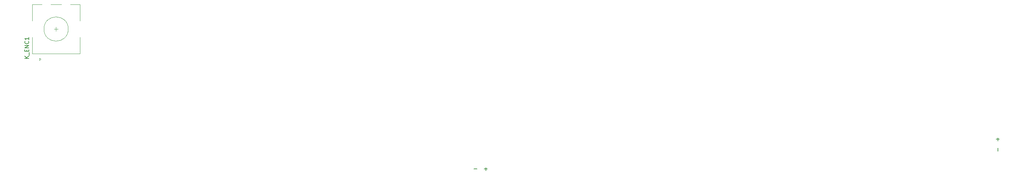
<source format=gto>
G04 #@! TF.GenerationSoftware,KiCad,Pcbnew,(5.0.1)-3*
G04 #@! TF.CreationDate,2020-01-05T19:02:12+02:00*
G04 #@! TF.ProjectId,Memekeeb,4D656D656B6565622E6B696361645F70,rev?*
G04 #@! TF.SameCoordinates,Original*
G04 #@! TF.FileFunction,Legend,Top*
G04 #@! TF.FilePolarity,Positive*
%FSLAX46Y46*%
G04 Gerber Fmt 4.6, Leading zero omitted, Abs format (unit mm)*
G04 Created by KiCad (PCBNEW (5.0.1)-3) date 01/05/20 19:02:12*
%MOMM*%
%LPD*%
G01*
G04 APERTURE LIST*
%ADD10C,0.120000*%
%ADD11C,0.150000*%
G04 APERTURE END LIST*
D10*
G04 #@! TO.C,K_ENC1*
X64912500Y-66675000D02*
G75*
G03X64912500Y-66675000I-3000000J0D01*
G01*
X56012500Y-64675000D02*
X56012500Y-60575000D01*
X67812500Y-60575000D02*
X67812500Y-64675000D01*
X67812500Y-68675000D02*
X67812500Y-72775000D01*
X56012500Y-68675000D02*
X56012500Y-72775000D01*
X56012500Y-72775000D02*
X67812500Y-72775000D01*
X58112500Y-74175000D02*
X57812500Y-74475000D01*
X57812500Y-74475000D02*
X57812500Y-73875000D01*
X57812500Y-73875000D02*
X58112500Y-74175000D01*
X56012500Y-60575000D02*
X58412500Y-60575000D01*
X60612500Y-60575000D02*
X63212500Y-60575000D01*
X65412500Y-60575000D02*
X67812500Y-60575000D01*
X61412500Y-66675000D02*
X62412500Y-66675000D01*
X61912500Y-67175000D02*
X61912500Y-66175000D01*
G04 #@! TO.C,K_2Uspc1*
D11*
X167576547Y-101346428D02*
X168338452Y-101346428D01*
X167957500Y-101727380D02*
X167957500Y-100965476D01*
X165036547Y-101346428D02*
X165798452Y-101346428D01*
G04 #@! TO.C,K_ENC1*
X55164880Y-73970238D02*
X54164880Y-73970238D01*
X55164880Y-73398809D02*
X54593452Y-73827380D01*
X54164880Y-73398809D02*
X54736309Y-73970238D01*
X55260119Y-73208333D02*
X55260119Y-72446428D01*
X54641071Y-72208333D02*
X54641071Y-71875000D01*
X55164880Y-71732142D02*
X55164880Y-72208333D01*
X54164880Y-72208333D01*
X54164880Y-71732142D01*
X55164880Y-71303571D02*
X54164880Y-71303571D01*
X55164880Y-70732142D01*
X54164880Y-70732142D01*
X55069642Y-69684523D02*
X55117261Y-69732142D01*
X55164880Y-69875000D01*
X55164880Y-69970238D01*
X55117261Y-70113095D01*
X55022023Y-70208333D01*
X54926785Y-70255952D01*
X54736309Y-70303571D01*
X54593452Y-70303571D01*
X54402976Y-70255952D01*
X54307738Y-70208333D01*
X54212500Y-70113095D01*
X54164880Y-69970238D01*
X54164880Y-69875000D01*
X54212500Y-69732142D01*
X54260119Y-69684523D01*
X55164880Y-68732142D02*
X55164880Y-69303571D01*
X55164880Y-69017857D02*
X54164880Y-69017857D01*
X54307738Y-69113095D01*
X54402976Y-69208333D01*
X54450595Y-69303571D01*
G04 #@! TO.C,K_ISOENTER1*
X294271428Y-94360952D02*
X294271428Y-93599047D01*
X294652380Y-93980000D02*
X293890476Y-93980000D01*
X294271428Y-96900952D02*
X294271428Y-96139047D01*
G04 #@! TD*
M02*

</source>
